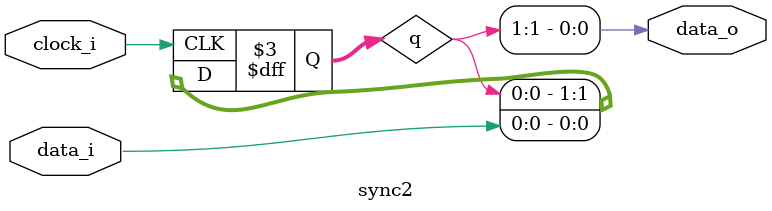
<source format=sv>
/**
 * PET Clone - Open hardware implementation of the Commodore PET
 * by Daniel Lehenbauer and contributors.
 *
 * https://github.com/DLehenbauer/commodore-pet-clone
 *
 * To the extent possible under law, I, Daniel Lehenbauer, have waived all
 * copyright and related or neighboring rights to this project. This work is
 * published from the United States.
 *
 * @copyright CC0 http://creativecommons.org/publicdomain/zero/1.0/
 * @author Daniel Lehenbauer <DLehenbauer@users.noreply.github.com> and contributors
 */

module sync2 #(
    INITAL_DATA_I = '0,
    INITAL_DATA_O = INITAL_DATA_I
) (
    input  logic clock_i,  // Destination clock
    input  logic data_i,   // Input data in source clock domain
    output logic data_o    // Synchronized output in destination clock domain
);
    initial begin
        q[1:0] = { INITAL_DATA_O, INITAL_DATA_I };
    end

    (* async_reg = "true" *) reg [1:0] q;

    always_ff @(posedge clock_i) begin
        {q[1], q[0]} <= {q[0], data_i};
    end

    assign data_o = q[1];
endmodule

</source>
